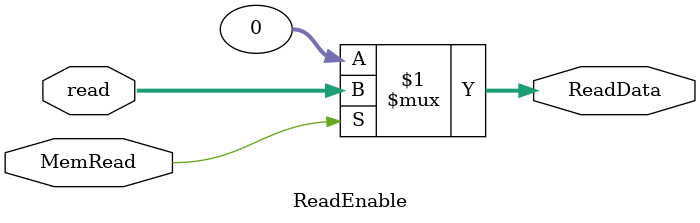
<source format=v>
`timescale 1ns / 1ps
module ReadEnable(
    input MemRead,
    input [31:0] read,
    output [31:0] ReadData
    );
	 
	 assign ReadData = MemRead ? read:0; 


endmodule

</source>
